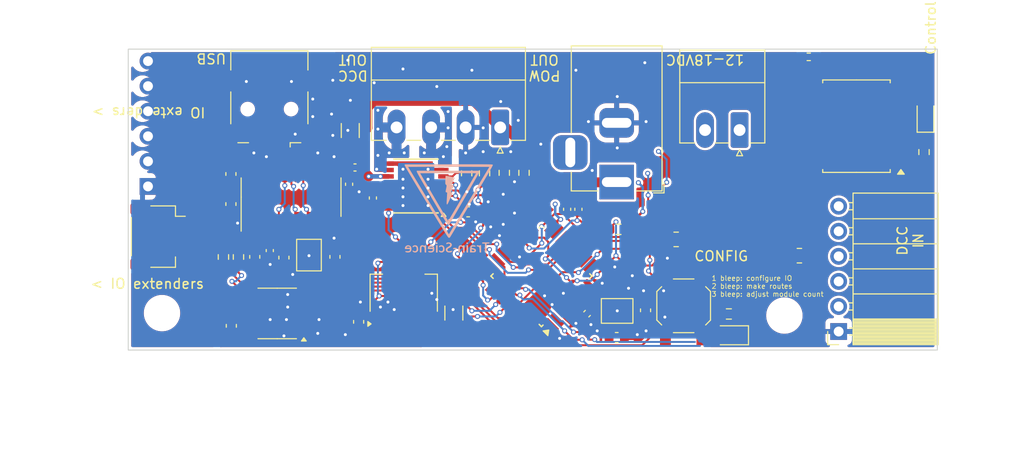
<source format=kicad_pcb>
(kicad_pcb (version 20240108) (generator "pcbnew") (generator_version "8.0")
  (layers (0 "F.Cu" signal) (31 "B.Cu" signal) (34 "B.Paste" user) (35 "F.Paste" user) (36 "B.SilkS" user "B.Silkscreen") (37 "F.SilkS" user "F.Silkscreen") (38 "B.Mask" user) (39 "F.Mask" user) (44 "Edge.Cuts" user))
  (net 0 "")
  (net 1 "GND")
  (net 2 "Net-(U401-VCP)")
  (net 3 "/MCU/X1")
  (net 4 "+5V")
  (net 5 "/MCU/X2")
  (net 6 "+12V")
  (net 7 "/MCU/reset")
  (net 8 "Net-(U401-CPH)")
  (net 9 "/MCU/S_Rx")
  (net 10 "/MCU/S_Tx")
  (net 11 "Net-(U401-CPL)")
  (net 12 "Net-(U501-XI)")
  (net 13 "/MCU/MISO")
  (net 14 "/MCU/SCK")
  (net 15 "/MCU/MOSI")
  (net 16 "Net-(U501-XO)")
  (net 17 "Net-(U501-V3)")
  (net 18 "Net-(U501-~{DTR})")
  (net 19 "Net-(D901-A)")
  (net 20 "Net-(D901-K)")
  (net 21 "Net-(J501-D-)")
  (net 22 "Net-(J501-D+)")
  (net 24 "Net-(J901-Pin_2)")
  (net 25 "Net-(R401-Pad1)")
  (net 26 "Net-(U401-nFault)")
  (net 27 "Net-(U501-TXD)")
  (net 28 "Net-(U501-RXD)")
  (net 29 "Net-(U901-EN)")
  (net 30 "/DCC/DCC")
  (net 31 "/Hbridge/OUT.A")
  (net 32 "/Hbridge/OUT.B")
  (net 33 "/MCU/clock")
  (net 34 "/MCU/latch")
  (net 36 "/Hbridge/IN.CS")
  (net 38 "/Hbridge/IN.B")
  (net 39 "/Hbridge/IN.A")
  (net 44 "/EEPROM/SCL")
  (net 45 "/EEPROM/SDA")
  (net 46 "/MCU/POT")
  (net 47 "/MCU/BUTTONS")
  (net 53 "/MCU/dataOut")
  (net 54 "/MCU/dataIn")
  (net 55 "Net-(D1001-K)")
  (net 56 "/MCU/LED")
  (net 57 "/MCU/Switch")
  (footprint "Package_QFP:TQFP-32_7x7mm_P0.8mm" (layer "F.Cu") (at 172.876411 130 135)
    (property "Reference" "U201" (hide yes))
    (property "Value" "ATmega328-A")
  )
  (footprint "custom_kicad_lib_sk:crystal_arduino" (layer "F.Cu") (at 149.535 127.925 -90)
    (property "Reference" "Y501" (hide yes))
    (property "Value" "Crystal")
  )
  (footprint "Capacitor_SMD:C_0402_1005Metric_Pad0.74x0.62mm_HandSolder" (layer "F.Cu") (at 153.382 120.695 -90)
    (property "Reference" "C405" (hide yes))
    (property "Value" "100nF")
  )
  (footprint "custom_kicad_lib_sk:R_0603_smalltext" (layer "F.Cu") (at 171.11 119.5355 90)
    (property "Reference" "R404" (hide yes))
    (property "Value" "47k")
  )
  (footprint "Package_SO:SOIC-8_3.9x4.9mm_P1.27mm" (layer "F.Cu") (at 146.096 133.788 180)
    (property "Reference" "U801" (hide yes))
    (property "Value" "24LC256")
  )
  (footprint "Capacitor_SMD:C_0402_1005Metric" (layer "F.Cu") (at 145.344 127.417 90)
    (property "Reference" "C505" (hide yes))
    (property "Value" "100nF")
  )
  (footprint "Connector_BarrelJack:BarrelJack_Horizontal" (layer "F.Cu") (at 180.5 120.472 -90)
    (property "Reference" "J301" (hide yes))
    (property "Value" "Jack-DC")
  )
  (footprint "Resistor_SMD:R_0402_1005Metric_Pad0.72x0.64mm_HandSolder" (layer "F.Cu") (at 199.968 107.78)
    (property "Reference" "R201" (hide yes))
    (property "Value" "10k")
  )
  (footprint "custom_kicad_lib_sk:R_0603_smalltext" (layer "F.Cu") (at 180.687 125.263)
    (property "Reference" "R701" (hide yes))
    (property "Value" "10k")
  )
  (footprint "Package_SO:SOIC-16_3.9x9.9mm_P1.27mm" (layer "F.Cu") (at 147.5 122 90)
    (property "Reference" "U501" (hide yes))
    (property "Value" "CH340G")
  )
  (footprint "Package_SO:SOP-8_6.62x9.15mm_P2.54mm" (layer "F.Cu") (at 204.804 114.808 180)
    (property "Reference" "U901" (hide yes))
    (property "Value" "6N137")
  )
  (footprint "custom_kicad_lib_sk:default_switch" (layer "F.Cu") (at 187.291 133.014 90)
    (property "Reference" "SW1001" (hide yes))
    (property "Value" "default_switch")
  )
  (footprint "Capacitor_SMD:C_0603_1608Metric" (layer "F.Cu") (at 165.447 123.485)
    (property "Reference" "C401" (hide yes))
    (property "Value" "100nF")
  )
  (footprint "custom_kicad_lib_sk:R_0603_smalltext" (layer "F.Cu") (at 191.873 133.841 180)
    (property "Reference" "R1001" (hide yes))
    (property "Value" "6k8")
  )
  (footprint "Capacitor_SMD:C_1206_3216Metric" (layer "F.Cu") (at 164 133.75 90)
    (property "Reference" "C301" (hide yes))
    (property "Value" "47uF")
  )
  (footprint "MountingHole:MountingHole_3.2mm_M3" (layer "F.Cu") (at 197.5 134)
    (property "Reference" "REF**" (hide yes))
    (property "Value" "MountingHole_3.2mm_M3")
  )
  (footprint "Diode_SMD:D_SOD-323" (layer "F.Cu") (at 211.804 113.808 90)
    (property "Reference" "D901" (hide yes))
    (property "Value" "1N4148WS")
  )
  (footprint "custom_kicad_lib_sk:R_0603_smalltext" (layer "F.Cu") (at 169.11 119.5355 -90)
    (property "Reference" "R403" (hide yes))
    (property "Value" "100R")
  )
  (footprint "Capacitor_SMD:C_0402_1005Metric_Pad0.74x0.62mm_HandSolder" (layer "F.Cu") (at 155.795 122.088 -90)
    (property "Reference" "C404" (hide yes))
    (property "Value" "22n VM")
  )
  (footprint "Connector_PinSocket_2.54mm:PinSocket_1x06_P2.54mm_Horizontal" (layer "F.Cu") (at 203 135.62 180)
    (property "Reference" "J601" (hide yes))
    (property "Value" "Conn_01x06_Socket")
  )
  (footprint "Capacitor_SMD:C_0603_1608Metric" (layer "F.Cu") (at 151.948 128.052 90)
    (property "Reference" "C504" (hide yes))
    (property "Value" "22pF")
  )
  (footprint "Capacitor_SMD:C_0603_1608Metric" (layer "F.Cu") (at 141.404 119.652 90)
    (property "Reference" "C501" (hide yes))
    (property "Value" "10uF")
  )
  (footprint "Connector_USB:USB_Mini-B_Lumberg_2486_01_Horizontal" (layer "F.Cu") (at 145.3 113.075 180)
    (property "Reference" "J501" (hide yes))
    (property "Value" "USB_B_Mini")
  )
  (footprint "Capacitor_SMD:C_0402_1005Metric" (layer "F.Cu") (at 153.98 118.995 180)
    (property "Reference" "C402" (hide yes))
    (property "Value" "100nF")
  )
  (footprint "Capacitor_SMD:C_0603_1608Metric" (layer "F.Cu") (at 141.404 122.7 -90)
    (property "Reference" "C502" (hide yes))
    (property "Value" "100nF")
  )
  (footprint "Capacitor_SMD:C_0402_1005Metric" (layer "F.Cu") (at 176.623 123.231 -90)
    (property "Reference" "C702" (hide yes))
    (property "Value" "100nF")
  )
  (footprint "Capacitor_SMD:C_0603_1608Metric" (layer "F.Cu") (at 146.775 128.129 -90)
    (property "Reference" "C503" (hide yes))
    (property "Value" "22pF")
  )
  (footprint "Package_TO_SOT_SMD:SOT-223-3_TabPin2" (layer "F.Cu") (at 158.92 131.718 90)
    (property "Reference" "U301" (hide yes))
    (property "Value" "AMS1117-5.0")
  )
  (footprint "custom_kicad_lib_sk:R_0603_smalltext" (layer "F.Cu") (at 165.296 119.5875 -90)
    (property "Reference" "R401" (hide yes))
    (property "Value" "680R")
  )
  (footprint "Capacitor_SMD:C_0603_1608Metric" (layer "F.Cu") (at 183.427411 133.47 90)
    (property "Reference" "C203" (hide yes))
    (property "Value" "12pF")
  )
  (footprint "Capacitor_SMD:C_0603_1608Metric" (layer "F.Cu") (at 141.444 135.042 -90)
    (property "Reference" "C801" (hide yes))
    (property "Value" "100nF")
  )
  (footprint "Connector_PinHeader_2.54mm:PinHeader_1x06_P2.54mm_Vertical" (layer "F.Cu") (at 133 120.912 180)
    (property "Reference" "J201" (hide yes))
    (property "Value" "ICSP")
  )
  (footprint "Connector_Phoenix_MC:PhoenixContact_MC_1,5_2-G-3.5_1x02_P3.50mm_Horizontal" (layer "F.Cu") (at 192.957 115.2005 180)
    (property "Reference" "J901" (hide yes))
    (property "Value" "Screw_Terminal_01x02")
  )
  (footprint "Capacitor_SMD:C_0603_1608Metric" (layer "F.Cu") (at 180.506411 136.232 180)
    (property "Reference" "C201" (hide yes))
    (property "Value" "12pF")
  )
  (footprint "Capacitor_SMD:C_0603_1608Metric" (layer "F.Cu") (at 154.348 134.639 -90)
    (property "Reference" "C302" (hide yes))
    (property "Value" "100nF")
  )
  (footprint "MountingHole:MountingHole_3.2mm_M3" (layer "F.Cu") (at 134.42 133.754)
    (property "Reference" "REF**" (hide yes))
    (property "Value" "MountingHole_3.2mm_M3")
  )
  (footprint "Resistor_SMD:R_0805_2012Metric_Pad1.20x1.40mm_HandSolder" (layer "F.Cu") (at 186.529 126.283 180)
    (property "Reference" "R903" (hide yes))
    (property "Value" "10k")
  )
  (footprint "Capacitor_SMD:C_1206_3216Metric" (layer "F.Cu") (at 153.5 115.25 90)
    (property "Reference" "C403" (hide yes))
    (property "Value" "10uF")
  )
  (footprint "Resistor_SMD:R_0603_1608Metric" (layer "F.Cu") (at 140.645 128.065 -90)
    (property "Reference" "R501" (hide yes))
    (property "Value" "1k")
  )
  (footprint "custom_kicad_lib_sk:crystal_arduino" (layer "F.Cu") (at 180.599411 133.311)
    (property "Reference" "Y201" (hide yes))
    (property "Value" "Crystal_GND2")
  )
  (footprint "Capacitor_SMD:C_0402_1005Metric" (layer "F.Cu") (at 177.5 133.809411 -135)
    (property "Reference" "C202" (hide yes))
    (property "Value" "100nF")
  )
  (footprint "custom_kicad_lib_sk:R_0603_smalltext" (layer "F.Cu") (at 167.11 119.5875 90)
    (property "Reference" "R402" (hide yes))
    (property "Value" "1k5")
  )
  (footprint "custom_kicad_lib_sk:R_0603_smalltext" (layer "F.Cu") (at 211.652 117.432 90)
    (property "Reference" "R901" (hide yes))
    (property "Value" "1k5")
  )
  (footprint "Connector_JST:JST_SH_SM04B-SRSS-TB_1x04-1MP_P1.00mm_Horizontal" (layer "F.Cu") (at 134 126 -90)
    (property "Reference" "J701" (hide yes))
    (property "Value" "Conn_01x04_Socket")
  )
  (footprint "Capacitor_SMD:C_0402_1005Metric" (layer "F.Cu") (at 175.48 123.231 -90)
    (property "Reference" "C701" (hide yes))
    (property "Value" "100nF")
  )
  (footprint "Capacitor_SMD:C_0603_1608Metric" (layer "F.Cu") (at 143.82 128.052 -90)
    (property "Reference" "C506" (hide yes))
    (property "Value" "100nF")
  )
  (footprint "Resistor_SMD:R_0805_2012Metric_Pad1.20x1.40mm_HandSolder" (layer "F.Cu") (at 199.021 127.934 180)
    (property "Reference" "R902" (hide yes))
    (property "Value" "10k")
  )
  (footprint "Resistor_SMD:R_0603_1608Metric" (layer "F.Cu") (at 142.169 128.065 90)
    (property "Reference" "R502" (hide yes))
    (property "Value" "1k")
  )
  (footprint "Connector_Phoenix_MC:PhoenixContact_MC_1,5_4-G-3.5_1x04_P3.50mm_Horizontal" (layer "F.Cu") (at 168.695 114.9325 180)
    (property "Reference" "J401" (hide yes))
    (property "Value" "FEMALE")
  )
  (footprint "Package_SO:HTSSOP-16-1EP_4.4x5mm_P0.65mm_EP3.4x5mm" (layer "F.Cu") (at 160.1626 120.875 180)
    (property "Reference" "U401" (hide yes))
    (property "Value" "DRV8874")
  )
  (footprint "LED_SMD:LED_0805_2012Metric_Pad1.15x1.40mm_HandSolder" (layer "F.Cu") (at 192 136 180)
    (property "Reference" "D1001" (hide yes))
    (property "Value" "LED")
  )
  (footprint "custom_kicad_lib_sk:Train-Science logo small" (layer "B.Cu") (at 163.415 123.235 180)
    (property "Reference" "G***" (hide yes))
    (property "Value" "LOGO" (hide yes))
  )
  (gr_rect (start 131 107) (end 213 137.5) (stroke (width 0.1)) (fill none) (layer "Edge.Cuts"))
  (gr_text "DCC\nIN" (at 211.658 126.41 90) (layer "F.SilkS") (effects (font (size 1 1)) (justify bottom)))
  (gr_text "IO extenders >" (at 133.062 112.821 180) (layer "F.SilkS") (effects (font (size 1 1)) (justify bottom)))
  (gr_text "USB" (at 139.412 107.36 180) (layer "F.SilkS") (effects (font (size 1 1)) (justify bottom)))
  (gr_text "CONFIG" (at 191.101 128.569 0) (layer "F.SilkS") (effects (font (size 1 1)) (justify bottom)))
  (gr_text "12-18VDC" (at 189.45 107.487 180) (layer "F.SilkS") (effects (font (size 1 1)) (justify bottom)))
  (gr_text "DCC\nOUT" (at 153.763 107.487 180) (layer "F.SilkS") (effects (font (size 1 1)) (justify bottom)))
  (gr_text "< IO extenders" (at 132.935 131.363 0) (layer "F.SilkS") (effects (font (size 1 1)) (justify bottom)))
  (gr_text "Control" (at 212.922 104.859 90) (layer "F.SilkS") (effects (font (size 1 1)) (justify bottom)))
  (gr_text "POW\nOUT" (at 173.194 107.487 180) (layer "F.SilkS") (effects (font (size 1 1)) (justify bottom)))
  (gr_text "1 bleep: configure IO\n2 bleep: make routes\n3 bleep: adjust module count" (at 190.085 132.125 0) (layer "F.SilkS") (effects (font (size 0.5 0.5) (thickness 0.075)) (justify left bottom)))
  (segment (start 154.348 135.414) (end 156.074 135.414) (width 0.2) (layer "F.Cu") (net 1))
  (segment (start 170.654 128.061) (end 170.371725 128.061) (width 0.2) (layer "F.Cu") (net 1))
  (segment (start 153.827 135.935) (end 153.001 135.935) (width 0.2) (layer "F.Cu") (net 1))
  (segment (start 149.318 127.722) (end 150.265 126.775) (width 0.2) (layer "F.Cu") (net 1))
  (segment (start 168.876 126.156) (end 168.622 125.902) (width 0.2) (layer "F.Cu") (net 1))
  (segment (start 154.348 135.414) (end 153.827 135.935) (width 0.2) (layer "F.Cu") (net 1))
  (segment (start 158.435 122.5) (end 158.843 122.092) (width 0.45) (layer "F.Cu") (net 1))
  (segment (start 162.9376 119.25) (end 161.7876 119.25) (width 0.45) (layer "F.Cu") (net 1))
  (segment (start 179.619 132.581) (end 180.56 133.522) (width 0.2) (layer "F.Cu") (net 1))
  (segment (start 165.296 121.433) (end 165.32 121.457) (width 0.2) (layer "F.Cu") (net 1))
  (segment (start 158.4256 118.663) (end 158.716 118.663) (width 0.45) (layer "F.Cu") (net 1))
  (segment (start 148.365 128.887) (end 149.318 127.934) (width 0.2) (layer "F.Cu") (net 1))
  (segment (start 170.371725 128.061) (end 169.588364 127.277639) (width 0.2) (layer "F.Cu") (net 1))
  (segment (start 157.3876 118.6) (end 158.3626 118.6) (width 0.45) (layer "F.Cu") (net 1))
  (segment (start 153.001 135.935) (end 152.747 135.935) (width 0.2) (layer "F.Cu") (net 1))
  (segment (start 161.7876 119.25) (end 160.1626 120.875) (width 0.45) (layer "F.Cu") (net 1))
  (segment (start 158.3626 118.6) (end 158.4256 118.663) (width 0.45) (layer "F.Cu") (net 1))
  (segment (start 151.948 127.277) (end 150.767 127.277) (width 0.2) (layer "F.Cu") (net 1))
  (segment (start 168.876 126.565275) (end 168.876 126.156) (width 0.2) (layer "F.Cu") (net 1))
  (segment (start 149.318 127.934) (end 149.318 127.722) (width 0.2) (layer "F.Cu") (net 1))
  (segment (start 166.222 123.375) (end 165.574 122.727) (width 0.2) (layer "F.Cu") (net 1))
  (segment (start 157.3876 122.5) (end 158.435 122.5) (width 0.45) (layer "F.Cu") (net 1))
  (segment (start 165.296 120.5) (end 165.296 121.433) (width 0.2) (layer "F.Cu") (net 1))
  (segment (start 147.667 129.673) (end 148.365 128.975) (width 0.2) (layer "F.Cu") (net 1))
  (segment (start 169.588364 127.277639) (end 168.876 126.565275) (width 0.2) (layer "F.Cu") (net 1))
  (segment (start 175.186097 131.744) (end 176.164458 132.722361) (width 0.2) (layer "F.Cu") (net 1))
  (segment (start 181.519 134.481) (end 180.56 133.522) (width 0.2) (layer "F.Cu") (net 1))
  (segment (start 147.667 129.839) (end 147.667 129.673) (width 0.2) (layer "F.Cu") (net 1))
  (segment (start 150.767 127.277) (end 150.265 126.775) (width 0.2) (layer "F.Cu") (net 1))
  (segment (start 175.099 131.744) (end 175.186097 131.744) (width 0.2) (layer "F.Cu") (net 1))
  (via (at 151.731 110.154) (size 0.5) (drill 0.3) (layers "F.Cu" "B.Cu") (net 1))
  (via (at 151.604 113.583) (size 0.5) (drill 0.3) (layers "F.Cu" "B.Cu") (net 1))
  (via (at 173.194 131.998) (size 0.5) (drill 0.3) (layers "F.Cu" "B.Cu") (net 1))
  (via (at 151.858 126.156) (size 0.5) (drill 0.3) (layers "F.Cu" "B.Cu") (net 1))
  (via (at 169.003 121.711) (size 0.5) (drill 0.3) (layers "F.Cu" "B.Cu") (net 1))
  (via (at 155.922 110.408) (size 0.5) (drill 0.3) (layers "F.Cu" "B.Cu") (net 1))
  (via (at 158.843 109.011) (size 0.5) (drill 0.3) (layers "F.Cu" "B.Cu") (net 1))
  (via (at 157.954 133.395) (size 0.5) (drill 0.3) (layers "F.Cu" "B.Cu") (net 1))
  (via (at 161.764 131.744) (size 0.5) (drill 0.3) (layers "F.Cu" "B.Cu") (net 1))
  (via (at 161.383 119.171) (size 0.5) (drill 0.3) (layers "F.Cu" "B.Cu") (net 1))
  (via (at 166.971 117.393) (size 0.5) (drill 0.3) (layers "F.Cu" "B.Cu") (net 1))
  (via (at 153.509 112.186) (size 0.5) (drill 0.3) (layers "F.Cu" "B.Cu") (net 1))
  (via (at 147.921 115.615) (size 0.5) (drill 0.3) (layers "F.Cu" "B.Cu") (net 1))
  (via (at 162.272 110.789) (size 0.5) (drill 0.3) (layers "F.Cu" "B.Cu") (net 1))
  (via (at 150.207 135.808) (size 0.5) (drill 0.3) (layers "F.Cu" "B.Cu") (net 1))
  (via (at 166.209 124.505) (size 0.5) (drill 0.3) (layers "F.Cu" "B.Cu") (net 1))
  (via (at 154.525 132.633) (size 0.5) (drill 0.3) (layers "F.Cu" "B.Cu") (net 1))
  (via (at 145.381 128.823) (size 0.5) (drill 0.3) (layers "F.Cu" "B.Cu") (net 1))
  (via (at 146.778 136.062) (size 0.5) (drill 0.3) (layers "F.Cu" "B.Cu") (net 1))
  (via (at 172.813 116.631) (size 0.5) (drill 0.3) (layers "F.Cu" "B.Cu") (net 1))
  (via (at 182.084 129.966) (size 0.5) (drill 0.3) (layers "F.Cu" "B.Cu") (net 1))
  (via (at 180.56 111.805) (size 0.5) (drill 0.3) (layers "F.Cu" "B.Cu") (net 1))
  (via (at 168.749 112.313) (size 0.5) (drill 0.3) (layers "F.Cu" "B.Cu") (net 1))
  (via (at 180.56 117.012) (size 0.5) (drill 0.3) (layers "F.Cu" "B.Cu") (net 1))
  (via (at 142.079 124.632) (size 0.5) (drill 0.3) (layers "F.Cu" "B.Cu") (net 1))
  (via (at 176.369 134.792) (size 0.5) (drill 0.3) (layers "F.Cu" "B.Cu") (net 1))
  (via (at 185.259 131.49) (size 0.5) (drill 0.3) (layers "F.Cu" "B.Cu") (net 1))
  (via (at 161.383 122.854) (size 0.5) (drill 0.3) (layers "F.Cu" "B.Cu") (net 1))
  (via (at 177.893 134.919) (size 0.5) (drill 0.3) (layers "F.Cu" "B.Cu") (net 1))
  (via (at 185.386 134.157) (size 0.5) (drill 0.3) (layers "F.Cu" "B.Cu") (net 1))
  (via (at 156.557 133.141) (size 0.5) (drill 0.3) (layers "F.Cu" "B.Cu") (net 1))
  (via (at 150.334 134.411) (size 0.5) (drill 0.3) (layers "F.Cu" "B.Cu") (net 1))
  (via (at 185.64 128.188) (size 0.5) (drill 0.3) (layers "F.Cu" "B.Cu") (net 1))
  (via (at 147.667 129.839) (size 0.5) (drill 0.3) (layers "F.Cu" "B.Cu") (net 1))
  (via (at 163.923 133.395) (size 0.5) (drill 0.3) (layers "F.Cu" "B.Cu") (net 1))
  (via (at 145 117.901) (size 0.5) (drill 0.3) (layers "F.Cu" "B.Cu") (net 1))
  (via (at 153.001 135.935) (size 0.5) (drill 0.3) (layers "F.Cu" "B.Cu") (net 1))
  (via (at 175.099 131.744) (size 0.5) (drill 0.3) (layers "F.Cu" "B.Cu") (net 1))
  (via (at 145.381 134.411) (size 0.5) (drill 0.3) (layers "F.Cu" "B.Cu") (net 1))
  (via (at 147.159 133.141) (size 0.5) (drill 0.3) (layers "F.Cu" "B.Cu") (net 1))
  (via (at 165.193 117.52) (size 0.5) (drill 0.3) (layers "F.Cu" "B.Cu") (net 1))
  (via (at 179.036 130.728) (size 0.5) (drill 0.3) (layers "F.Cu" "B.Cu") (net 1))
  (via (at 183.354 108.376) (size 0.5) (drill 0.3) (layers "F.Cu" "B.Cu") (net 1))
  (via (at 166.971 114.98) (size 0.5) (drill 0.3) (layers "F.Cu" "B.Cu") (net 1))
  (via (at 169.765 117.393) (size 0.5) (drill 0.3) (layers "F.Cu" "B.Cu") (net 1))
  (via (at 180.56 133.522) (size 0.5) (drill 0.3) (layers "F.Cu" "B.Cu") (net 1))
  (via (at 167.733 125.013) (size 0.5) (drill 0.3) (layers "F.Cu" "B.Cu") (net 1))
  (via (at 181.703 131.236) (size 0.5) (drill 0.3) (layers "F.Cu" "B.Cu") (net 1))
  (via (at 183.481 135.554) (size 0.5) (drill 0.3) (layers "F.Cu" "B.Cu") (net 1))
  (via (at 154.398 121.457) (size 0.5) (drill 0.3) (layers "F.Cu" "B.Cu") (net 1))
  (via (at 151.858 117.901) (size 0.5) (drill 0.3) (layers "F.Cu" "B.Cu") (net 1))
  (via (at 165.574 122.727) (size 0.5) (drill 0.3) (layers "F.Cu" "B.Cu") (net 1))
  (via (at 147.159 131.871) (size 0.5) (drill 0.3) (layers "F.Cu" "B.Cu") (net 1))
  (via (at 158.843 119.171) (size 0.5) (drill 0.3) (layers "F.Cu" "B.Cu") (net 1))
  (via (at 173.956 132.887) (size 0.5) (drill 0.3) (layers "F.Cu" "B.Cu") (net 1))
  (via (at 178.528 135.554) (size 0.5) (drill 0.3) (layers "F.Cu" "B.Cu") (net 1))
  (via (at 149.699 112.059) (size 0.5) (drill 0.3) (layers "F.Cu" "B.Cu") (net 1))
  (via (at 162.272 132.379) (size 0.5) (drill 0.3) (layers "F.Cu" "B.Cu") (net 1))
  (via (at 168.622 125.902) (size 0.5) (drill 0.3) (layers "F.Cu" "B.Cu") (net 1))
  (via (at 178.02 119.298) (size 0.5) (drill 0.3) (layers "F.Cu" "B.Cu") (net 1))
  (via (at 174.718 136.316) (size 0.5) (drill 0.3) (layers "F.Cu" "B.Cu") (net 1))
  (via (at 158.843 122.854) (size 0.5) (drill 0.3) (layers "F.Cu" "B.Cu") (net 1))
  (via (at 161.383 120.187) (size 0.5) (drill 0.3) (layers "F.Cu" "B.Cu") (net 1))
  (via (at 147.032 134.411) (size 0.5) (drill 0.3) (layers "F.Cu" "B.Cu") (net 1))
  (via (at 158.843 121.076) (size 0.5) (drill 0.3) (layers "F.Cu" "B.Cu") (net 1))
  (via (at 143.73 117.52) (size 0.5) (drill 0.3) (layers "F.Cu" "B.Cu") (net 1))
  (via (at 158.843 120.187) (size 0.5) (drill 0.3) (layers "F.Cu" "B.Cu") (net 1))
  (via (at 161.383 121.076) (size 0.5) (drill 0.3) (layers "F.Cu" "B.Cu") (net 1))
  (via (at 170.527 114.218) (size 0.5) (drill 0.3) (layers "F.Cu" "B.Cu") (net 1))
  (via (at 165.32 121.457) (size 0.5) (drill 0.3) (layers "F.Cu" "B.Cu") (net 1))
  (via (at 147.54 110.281) (size 0.5) (drill 0.3) (layers "F.Cu" "B.Cu") (net 1))
  (via (at 158.843 121.965) (size 0.5) (drill 0.3) (layers "F.Cu" "B.Cu") (net 1))
  (via (at 153.255 108.122) (size 0.5) (drill 0.3) (layers "F.Cu" "B.Cu") (net 1))
  (via (at 180.306 129.077) (size 0.5) (drill 0.3) (layers "F.Cu" "B.Cu") (net 1))
  (via (at 170.654 128.061) (size 0.5) (drill 0.3) (layers "F.Cu" "B.Cu") (net 1))
  (via (at 153.255 115.234) (size 0.5) (drill 0.3) (layers "F.Cu" "B.Cu") (net 1))
  (via (at 183.227 131.49) (size 0.5) (drill 0.3) (layers "F.Cu" "B.Cu") (net 1))
  (via (at 151.731 115.742) (size 0.5) (drill 0.3) (layers "F.Cu" "B.Cu") (net 1))
  (via (at 142.968 110.281) (size 0.5) (drill 0.3) (layers "F.Cu" "B.Cu") (net 1))
  (via (at 149.318 127.934) (size 0.5) (drill 0.3) (layers "F.Cu" "B.Cu") (net 1))
  (via (at 182.592 135.935) (size 0.5) (drill 0.3) (layers "F.Cu" "B.Cu") (net 1))
  (via (at 150.207 117.52) (size 0.5) (drill 0.3) (layers "F.Cu" "B.Cu") (net 1))
  (via (at 177.639 114.345) (size 0.5) (drill 0.3) (layers "F.Cu" "B.Cu") (net 1))
  (via (at 176.369 109.138) (size 0.5) (drill 0.3) (layers "F.Cu" "B.Cu") (net 1))
  (via (at 165.828 109.138) (size 0.5) (drill 0.3) (layers "F.Cu" "B.Cu") (net 1))
  (via (at 161.383 121.965) (size 0.5) (drill 0.3) (layers "F.Cu" "B.Cu") (net 1))
  (via (at 183.481 114.345) (size 0.5) (drill 0.3) (layers "F.Cu" "B.Cu") (net 1))
  (via (at 170.146 120.441) (size 0.5) (drill 0.3) (layers "F.Cu" "B.Cu") (net 1))
  (via (at 157.319 132.633) (size 0.5) (drill 0.3) (layers "F.Cu" "B.Cu") (net 1))
  (via (at 170.146 123.616) (size 0.5) (drill 0.3) (layers "F.Cu" "B.Cu") (net 1))
  (via (at 167.479 122.473) (size 0.5) (drill 0.3) (layers "F.Cu" "B.Cu") (net 1))
  (via (at 169.003 124.759) (size 0.5) (drill 0.3) (layers "F.Cu" "B.Cu") (net 1))
  (via (at 149.699 113.837) (size 0.5) (drill 0.3) (layers "F.Cu" "B.Cu") (net 1))
  (segment (start 155.84637 120.55) (end 155.69637 120.7) (width 0.2) (layer "F.Cu") (net 2))
  (segment (start 155.03363 120.7) (end 153.5 119.16637) (width 0.2) (layer "F.Cu") (net 2))
  (segment (start 155.69637 120.7) (end 155.03363 120.7) (width 0.2) (layer "F.Cu") (net 2))
  (segment (start 157.3876 120.55) (end 155.84637 120.55) (width 0.2) (layer "F.Cu") (net 2))
  (segment (start 179.731411 136.232) (end 179.731411 134.763) (width 0.2) (layer "F.Cu") (net 3))
  (segment (start 178.501358 133.532947) (end 179.449411 134.481) (width 0.2) (layer "F.Cu") (net 3))
  (segment (start 177.295828 131.59099) (end 178.449411 132.744573) (width 0.2) (layer "F.Cu") (net 3))
  (segment (start 178.449411 132.744573) (end 178.449411 133.12953) (width 0.2) (layer "F.Cu") (net 3))
  (segment (start 178.501358 133.181477) (end 178.501358 133.532947) (width 0.2) (layer "F.Cu") (net 3))
  (segment (start 178.449411 133.12953) (end 178.501358 133.181477) (width 0.2) (layer "F.Cu") (net 3))
  (segment (start 173.566019 127.966888) (end 173.269454 128.263453) (width 0.2) (layer "F.Cu") (net 4))
  (segment (start 184.412 128.611818) (end 184.412 127.892) (width 0.2) (layer "F.Cu") (net 4))
  (segment (start 150.075 118.579448) (end 148.945552 117.45) (width 0.2) (layer "F.Cu") (net 4))
  (segment (start 175.9245 130.7915) (end 175.9245 130.6645) (width 0.2) (layer "F.Cu") (net 4))
  (segment (start 173.138971 126.11) (end 173.566019 126.537048) (width 0.2) (layer "F.Cu") (net 4))
  (segment (start 157.724 132.018) (end 158.92 133.214) (width 0.2) (layer "F.Cu") (net 4))
  (segment (start 165.362372 124.555) (end 164.672 124.555) (width 0.2) (layer "F.Cu") (net 4))
  (segment (start 175.835233 131.261767) (end 175.678467 131.105) (width 0.2) (layer "F.Cu") (net 4))
  (segment (start 180.433 127.934) (end 178.528 129.839) (width 0.2) (layer "F.Cu") (net 4))
  (segment (start 161.663653 126.637347) (end 159.733 128.568) (width 0.2) (layer "F.Cu") (net 4))
  (segment (start 156.43 132.018) (end 157.724 132.018) (width 0.2) (layer "F.Cu") (net 4))
  (segment (start 177.839411 133.265944) (end 176.730143 132.156676) (width 0.2) (layer "F.Cu") (net 4))
  (segment (start 185.021 127.283) (end 186.529 127.283) (width 0.2) (layer "F.Cu") (net 4))
  (segment (start 175.988 130.474) (end 175.861 130.601) (width 0.2) (layer "F.Cu") (net 4))
  (segment (start 164.672 124.555) (end 164.672 123.485) (width 0.2) (layer "F.Cu") (net 4))
  (segment (start 174.337 131.359) (end 174.337 132.026275) (width 0.2) (layer "F.Cu") (net 4))
  (segment (start 143.621 135.693) (end 146 135.693) (width 0.2) (layer "F.Cu") (net 4))
  (segment (start 186.529 127.283) (end 187.529 126.283) (width 0.2) (layer "F.Cu") (net 4))
  (segment (start 168.2835 125.309) (end 167.8175 125.775) (width 0.2) (layer "F.Cu") (net 4))
  (segment (start 173.566019 126.537048) (end 173.566019 127.966888) (width 0.2) (layer "F.Cu") (net 4))
  (segment (start 170.491419 124.786581) (end 170.491419 124.469419) (width 0.2) (layer "F.Cu") (net 4))
  (segment (start 175.678467 131.105) (end 175.678467 131.037533) (width 0.2) (layer "F.Cu") (net 4))
  (segment (start 170.491757 124.786919) (end 170.173919 124.786919) (width 0.2) (layer "F.Cu") (net 4))
  (segment (start 153.119 135.093) (end 154.348 133.864) (width 0.2) (layer "F.Cu") (net 4))
  (segment (start 156.43 132.018) (end 154.584 133.864) (width 0.2) (layer "F.Cu") (net 4))
  (segment (start 171.814838 126.11) (end 173.138971 126.11) (width 0.2) (layer "F.Cu") (net 4))
  (segment (start 184.089818 128.934) (end 184.412 128.611818) (width 0.2) (layer "F.Cu") (net 4))
  (segment (start 171.285421 125.580583) (end 170.495419 124.790581) (width 0.2) (layer "F.Cu") (net 4))
  (segment (start 175.835233 131.261767) (end 175.835233 130.956233) (width 0.2) (layer "F.Cu") (net 4))
  (segment (start 147.347 117.45) (end 146.9 117.003) (width 0.2) (layer "F.Cu") (net 4))
  (segment (start 166.582372 125.775) (end 165.362372 124.555) (width 0.2) (layer "F.Cu") (net 4))
  (segment (start 170.495419 124.790581) (end 170.332838 124.628) (width 0.2) (layer "F.Cu") (net 4))
  (segment (start 176.496 130.474) (end 175.988 130.474) (width 0.2) (layer "F.Cu") (net 4))
  (segment (start 170.495419 124.790581) (end 170.491757 124.786919) (width 0.2) (layer "F.Cu") (net 4))
  (segment (start 170.491419 124.469419) (end 171.11 123.850838) (width 0.2) (layer "F.Cu") (net 4))
  (segment (start 179.7745 125.263) (end 179.135 125.263) (width 0.2) (layer "F.Cu") (net 4))
  (segment (start 179.135 125.263) (end 176.623 122.751) (width 0.2) (layer "F.Cu") (net 4))
  (segment (start 164.169091 121.875) (end 164.672 122.377909) (width 0.2) (layer "F.Cu") (net 4))
  (segment (start 157.3876 123.15) (end 156.511 123.15) (width 0.2) (layer "F.Cu") (net 4))
  (segment (start 175.9245 130.6645) (end 175.861 130.601) (width 0.2) (layer "F.Cu") (net 4))
  (segment (start 141.404 121.925) (end 141.404 120.427) (width 0.2) (layer "F.Cu") (net 4))
  (segment (start 162.9376 120.55) (end 163.952 120.55) (width 0.2) (layer "F.Cu") (net 4))
  (segment (start 158.080293 126.029707) (end 158.92 126.869414) (width 0.2) (layer "F.Cu") (net 4))
  (segment (start 174.591 131.105) (end 174.337 131.359) (width 0.2) (layer "F.Cu") (net 4))
  (segment (start 175.678467 131.037533) (end 175.7975 130.9185) (width 0.2) (layer "F.Cu") (net 4))
  (segment (start 153.620182 121.965) (end 152.747 121.965) (width 0.2) (layer "F.Cu") (net 4))
  (segment (start 142.46 117.516) (end 142.46 114.722) (width 0.2) (layer "F.Cu") (net 4))
  (segment (start 150.334448 120.8) (end 150.075 120.540552) (width 0.2) (layer "F.Cu") (net 4))
  (segment (start 175.9245 130.7915) (end 175.7975 130.9185) (width 0.2) (layer "F.Cu") (net 4))
  (segment (start 156.427 128.568) (end 156.303 128.692) (width 0.2) (layer "F.Cu") (net 4))
  (segment (start 156.176 123.485) (end 155.140182 123.485) (width 0.2) (layer "F.Cu") (net 4))
  (segment (start 180.433 127.934) (end 181.433 128.934) (width 0.2) (layer "F.Cu") (net 4))
  (segment (start 161.663653 126.537) (end 161.663653 126.637347) (width 0.2) (layer "F.Cu") (net 4))
  (segment (start 170.495419 124.790581) (end 170.491419 124.786581) (width 0.2) (layer "F.Cu") (net 4))
  (segment (start 143.055 118.111) (end 142.46 117.516) (width 0.2) (layer "F.Cu") (net 4))
  (segment (start 143.055 120.427) (end 141.404 120.427) (width 0.2) (layer "F.Cu") (net 4))
  (segment (start 176.242 130.474) (end 175.9245 130.7915) (width 0.2) (layer "F.Cu") (net 4))
  (segment (start 164.672 124.628) (end 164.672 123.485) (width 0.2) (layer "F.Cu") (net 4))
  (segment (start 146.9 117.003) (end 146.9 115.775) (width 0.2) (layer "F.Cu") (net 4))
  (segment (start 155.140182 123.485) (end 153.620182 121.965) (width 0.2) (layer "F.Cu") (net 4))
  (segment (start 164.672 122.377909) (end 164.672 123.485) (width 0.2) (layer "F.Cu") (net 4))
  (segment (start 146 135.693) (end 146.6 135.093) (width 0.2) (layer "F.Cu") (net 4))
  (segment (start 164.169091 121.875) (end 162.9626 121.875) (width 0.2) (layer "F.Cu") (net 4))
  (segment (start 179.7745 125.1635) (end 180.433 124.505) (width 0.2) (layer "F.Cu") (net 4))
  (segment (start 170.173919 124.786919) (end 169.651838 125.309) (width 0.2) (layer "F.Cu") (net 4))
  (segment (start 143.621 135.693) (end 141.568 135.693) (width 0.2) (layer "F.Cu") (net 4))
  (segment (start 158.92 126.869414) (end 158.92 128.568) (width 0.2) (layer "F.Cu") (net 4))
  (segment (start 176.496 130.474) (end 176.242 130.474) (width 0.2) (layer "F.Cu") (net 4))
  (segment (start 174.337 132.026275) (end 175.598772 133.288047) (width 0.2) (layer "F.Cu") (net 4))
  (segment (start 175.678467 131.105) (end 174.591 131.105) (width 0.2) (layer "F.Cu") (net 4))
  (segment (start 148.945552 117.45) (end 147.347 117.45) (width 0.2) (layer "F.Cu") (net 4))
  (segment (start 146.9 114.575) (end 146.9 115.775) (width 0.2) (layer "F.Cu") (net 4))
  (segment (start 146.6 135.093) (end 153.119 135.093) (width 0.2) (layer "F.Cu") (net 4))
  (segment (start 142.46 114.722) (end 143.095 114.087) (width 0.2) (layer "F.Cu") (net 4))
  (segment (start 175.835233 130.956233) (end 175.7975 130.9185) (width 0.2) (layer "F.Cu") (net 4))
  (segment (start 157.3876 123.15) (end 157.3876 123.616) (width 0.2) (layer "F.Cu") (net 4))
  (segment (start 151.582 120.8) (end 150.334448 120.8) (width 0.2) (layer "F.Cu") (net 4))
  (segment (start 171.285421 125.580583) (end 171.814838 126.11) (width 0.2) (layer "F.Cu") (net 4))
  (segment (start 184.412 127.892) (end 185.021 127.283) (width 0.2) (layer "F.Cu") (net 4))
  (segment (start 152.747 121.965) (end 151.582 120.8) (width 0.2) (layer "F.Cu") (net 4))
  (segment (start 158.92 133.214) (end 158.92 134.868) (width 0.2) (layer "F.Cu") (net 4))
  (segment (start 169.651838 125.309) (end 168.2835 125.309) (width 0.2) (layer "F.Cu") (net 4))
  (segment (start 163.952 120.55) (end 164.177 120.775) (width 0.2) (layer "F.Cu") (net 4))
  (segment (start 150.075 120.540552) (end 150.075 118.579448) (width 0.2) (layer "F.Cu") (net 4))
  (segment (start 167.8175 125.775) (end 166.582372 125.775) (width 0.2) (layer "F.Cu") (net 4))
  (segment (start 143.095 114.087) (end 146.412 114.087) (width 0.2) (layer "F.Cu") (net 4))
  (segment (start 146.412 114.087) (end 146.9 114.575) (width 0.2) (layer "F.Cu") (net 4))
  (segment (start 170.332838 124.628) (end 170.173919 124.786919) (width 0.2) (layer "F.Cu") (net 4))
  (segment (start 156.511 123.15) (end 156.176 123.485) (width 0.2) (layer "F.Cu") (net 4))
  (segment (start 175.48 122.751) (end 176.623 122.751) (width 0.2) (layer "F.Cu") (net 4))
  (segment (start 143.055 119.525) (end 143.055 120.427) (width 0.2) (layer "F.Cu") (net 4))
  (segment (start 171.11 123.850838) (end 171.11 120.448) (width 0.2) (layer "F.Cu") (net 4))
  (segment (start 143.055 119.525) (end 143.055 118.111) (width 0.2) (layer "F.Cu") (net 4))
  (segment (start 175.861 130.601) (end 175.4165 130.1565) (width 0.2) (layer "F.Cu") (net 4))
  (segment (start 158.92 128.568) (end 156.427 128.568) (width 0.2) (layer "F.Cu") (net 4))
  (segment (start 181.433 128.934) (end 184.089818 128.934) (width 0.2) (layer "F.Cu") (net 4))
  (segment (start 176.730143 132.156676) (end 175.835233 131.261767) (width 0.2) (layer "F.Cu") (net 4))
  (segment (start 170.332838 124.628) (end 170.491419 124.469419) (width 0.2) (layer "F.Cu") (net 4))
  (via (at 164.169091 121.875) (size 0.5) (drill 0.3) (layers "F.Cu" "B.Cu") (net 4))
  (via (at 173.269454 128.263453) (size 0.5) (drill 0.3) (layers "F.Cu" "B.Cu") (net 4))
  (via (at 156.303 128.692) (size 0.5) (drill 0.3) (layers "F.Cu" "B.Cu") (net 4))
  (via (at 164.672 124.555) (size 0.5) (drill 0.3) (layers "F.Cu" "B.Cu") (net 4))
  (via (at 161.663653 126.537) (size 0.5) (drill 0.3) (layers "F.Cu" "B.Cu") (net 4))
  (via (at 164.177 120.775) (size 0.5) (drill 0.3) (layers "F.Cu" "B.Cu") (net 4))
  (via (at 180.433 124.505) (size 0.5) (drill 0.3) (layers "F.Cu" "B.Cu") (net 4))
  (via (at 176.496 130.474) (size 0.5) (drill 0.3) (layers "F.Cu" "B.Cu") (net 4))
  (via (at 178.528 129.839) (size 0.5) (drill 0.3) (layers "F.Cu" "B.Cu") (net 4))
  (via (at 180.433 127.934) (size 0.5) (drill 0.3) (layers "F.Cu" "B.Cu") (net 4))
  (via (at 156.43 132.018) (size 0.5) (drill 0.3) (layers "F.Cu" "B.Cu") (net 4))
  (via (at 157.3876 123.616) (size 0.5) (drill 0.3) (layers "F.Cu" "B.Cu") (net 4))
  (via (at 158.080293 126.029707) (size 0.5) (drill 0.3) (layers "F.Cu" "B.Cu") (net 4))
  (via (at 175.4165 130.1565) (size 0.5) (drill 0.3) (layers "F.Cu" "B.Cu") (net 4))
  (segment (start 175.4165 130.1565) (end 173.523453 128.263453) (width 0.2) (layer "B.Cu") (net 4))
  (segment (start 163.645653 124.555) (end 161.663653 126.537) (width 0.2) (layer "B.Cu") (net 4))
  (segment (start 176.496 130.474) (end 177.893 130.474) (width 0.2) (layer "B.Cu") (net 4))
  (segment (start 158.080293 126.029707) (end 157.3876 125.337014) (width 0.2) (layer "B.Cu") (net 4))
  (segment (start 173.523453 128.263453) (end 173.269454 128.263453) (width 0.2) (layer "B.Cu") (net 4))
  (segment (start 164.177 120.775) (end 164.177 121.867091) (width 0.2) (layer "B.Cu") (net 4))
  (segment (start 156.303 131.891) (end 156.43 132.018) (width 0.2) (layer "B.Cu") (net 4))
  (segment (start 164.177 121.867091) (end 164.169091 121.875) (width 0.2) (layer "B.Cu") (net 4))
  (segment (start 157.3876 125.337014) (end 157.3876 123.616) (width 0.2) (layer "B.Cu") (net 4))
  (segment (start 156.303 128.692) (end 156.303 131.891) (width 0.2) (layer "B.Cu") (net 4))
  (segment (start 180.433 124.505) (end 180.433 127.934) (width 0.2) (layer "B.Cu") (net 4))
  (segment (start 177.893 130.474) (end 178.528 129.839) (width 0.2) (layer "B.Cu") (net 4))
  (segment (start 164.672 124.555) (end 163.645653 124.555) (width 0.2) (layer "B.Cu") (net 4))
  (segment (start 180.427411 131.359) (end 181.649411 132.581) (width 0.2) (layer "F.Cu") (net 5))
  (segment (start 183.427411 132.695) (end 181.763411 132.695) (width 0.2) (layer "F.Cu") (net 5))
  (segment (start 178.195209 131.359) (end 180.427411 131.359) (width 0.2) (layer "F.Cu") (net 5))
  (segment (start 154.9875 115.2375) (end 153.5 116.725) (width 1) (layer "F.Cu") (net 6))
  (segment (start 155.2375 114.9875) (end 154.9875 115.2375) (width 1) (layer "F.Cu") (net 6))
  (segment (start 154.48 117.705) (end 154.48 119.015) (width 1) (layer "F.Cu") (net 6))
  (segment (start 140.275 107.95) (end 151.611498 107.95) (width 0.6) (layer "F.Cu") (net 6))
  (segment (start 154.46 117.685) (end 153.5 116.725) (width 0.4) (layer "F.Cu") (net 6))
  (segment (start 139.192 135.715) (end 139.192 109.033) (width 0.6) (layer "F.Cu") (net 6))
  (segment (start 155.365 119.9) (end 154.46 118.995) (width 0.4) (layer "F.Cu") (net 6))
  (segment (start 180.5 120.5) (end 174.815316 120.5) (width 1) (layer "F.Cu") (net 6))
  (segment (start 153.5 116.725) (end 154.48 117.705) (width 1) (layer "F.Cu") (net 6))
  (segment (start 157.3876 119.9) (end 156.557 119.9) (width 0.45) (layer "F.Cu") (net 6))
  (segment (start 154.48 119.015) (end 155.365 119.9) (width 1) (layer "F.Cu") (net 6))
  (segment (start 166.0105 112.248) (end 155.909497 112.248) (width 1) (layer "F.Cu") (net 6))
  (segment (start 154.46 118.995) (end 154.46 117.685) (width 0.4) (layer "F.Cu") (net 6))
  (segment (start 168.695 114.9325) (end 166.0105 112.248) (width 1) (layer "F.Cu") (net 6))
  (segment (start 155.2375 112.919997) (end 155.2375 111.576002) (width 0.6) (layer "F.Cu") (net 6))
  (segment (start 151.611498 107.95) (end 155.184249 111.522751) (width 0.6) (layer "F.Cu") (net 6))
  (segment (start 164 135.225) (end 161.577 135.225) (width 0.2) (layer "F.Cu") (net 6))
  (segment (start 155.2375 111.576002) (end 155.184249 111.522751) (width 0.6) (layer "F.Cu") (net 6))
  (segment (start 169.247816 114.9325) (end 168.695 114.9325) (width 1) (layer "F.Cu") (net 6))
  (segment (start 152.92 119.598) (end 152.92 117.305) (width 0.2) (layer "F.Cu") (net 6))
  (segment (start 155.184249 111.522751) (end 155.909497 112.248) (width 0.6) (layer "F.Cu") (net 6))
  (segment (start 157.3876 119.9) (end 155.365 119.9) (width 0.45) (layer "F.Cu") (net 6))
  (segment (start 174.815316 120.5) (end 169.247816 114.9325) (width 1) (layer "F.Cu") (net 6))
  (segment (start 155.909497 112.248) (end 155.2375 112.919997) (width 1) (layer "F.Cu") (net 6))
  (segment (start 139.192 109.033) (end 140.275 107.95) (width 0.6) (layer "F.Cu") (net 6))
  (segment (start 161.22 134.868) (end 161.22 136.352) (width 0.6) (layer "F.Cu") (net 6))
  (segment (start 152.92 117.305) (end 153.5 116.725) (width 0.2) (layer "F.Cu") (net 6))
  (segment (start 160.672 136.9) (end 140.377 136.9) (width 0.6) (layer "F.Cu") (net 6))
  (segment (start 140.377 136.9) (end 139.192 135.715) (width 0.6) (layer "F.Cu") (net 6))
  (segment (start 153.382 120.06) (end 152.92 119.598) (width 0.2) (layer "F.Cu") (net 6))
  (segment (start 161.22 136.352) (end 160.672 136.9) (width 0.6) (layer "F.Cu") (net 6))
  (segment (start 155.2375 112.919997) (end 155.2375 114.9875) (width 1) (layer "F.Cu") (net 6))
  (via (at 155.365 119.9) (size 0.5) (drill 0.3) (layers "F.Cu" "B.Cu") (net 6))
  (via (at 156.557 119.9) (size 0.5) (drill 0.3) (layers "F.Cu" "B.Cu") (net 6))
  (segment (start 156.557 119.9) (end 155.365 119.9) (width 0.45) (layer "B.Cu") (net 6))
  (segment (start 179.097 127.238) (end 182.329686 127.238) (width 0.2) (layer "F.Cu") (net 7))
  (segment (start 149.264314 130.343) (end 154.652 130.343) (width 0.2) (layer "F.Cu") (net 7))
  (segment (start 147.146 130.343) (end 147.286 130.483) (width 0.2) (layer "F.Cu") (net 7))
  (segment (start 184.643 121.421254) (end 185.568127 120.496127) (width 0.2) (layer "F.Cu") (net 7))
  (segment (start 184.643 124.924685) (end 184.643 121.421254) (width 0.2) (layer "F.Cu") (net 7))
  (segment (start 172.117853 131.280329) (end 173.293139 131.280329) (width 0.2) (layer "F.Cu") (net 7))
  (segment (start 176.58549 129.6065) (end 176.62476 129.64577) (width 0.2) (layer "F.Cu") (net 7))
  (segment (start 143.82 128.827) (end 145.336 130.343) (width 0.2) (layer "F.Cu") (net 7))
  (segment (start 173.293139 131.280329) (end 174.966968 129.6065) (width 0.2) (layer "F.Cu") (net 7))
  (segment (start 165.152685 129.868) (end 166.501 131.216315) (width 0.2) (layer "F.Cu") (net 7))
  (segment (start 149.124314 130.483) (end 149.264314 130.343) (width 0.2) (layer "F.Cu") (net 7))
  (segment (start 170.15405 133.288047) (end 169.181097 134.261) (width 0.2) (layer "F.Cu") (net 7))
  (segment (start 147.286 130.483) (end 149.124314 130.483) (width 0.2) (layer "F.Cu") (net 7))
  (segment (start 178.528 127.807) (end 179.097 127.238) (width 0.2) (layer "F.Cu") (net 7))
  (segment (start 174.966968 129.6065) (end 176.58549 129.6065) (width 0.2) (layer "F.Cu") (net 7))
  (segment (start 166.501 131.216315) (end 166.501 132.286) (width 0.2) (layer "F.Cu") (net 7))
  (segment (start 154.652 130.343) (end 155.127 129.868) (width 0.2) (layer "F.Cu") (net 7))
  (segment (start 145.336 130.343) (end 147.146 130.343) (width 0.2) (layer "F.Cu") (net 7))
  (segment (start 169.181097 134.261) (end 168.476 134.261) (width 0.2) (layer "F.Cu") (net 7))
  (segment (start 170.15405 133.244132) (end 172.117853 131.280329) (width 0.2) (layer "F.Cu") (net 7))
  (segment (start 155.127 129.868) (end 165.152685 129.868) (width 0.2) (layer "F.Cu") (net 7))
  (segment (start 166.501 132.286) (end 168.476 134.261) (width 0.2) (layer "F.Cu") (net 7))
  (segment (start 182.329686 127.238) (end 184.643 124.924685) (width 0.2) (layer "F.Cu") (net 7))
  (via (at 178.528 127.807) (size 0.5) (drill 0.3) (layers "F.Cu" "B.Cu") (net 7))
  (via (at 185.568127 120.496127) (size 0.5) (drill 0.3) (layers "F.Cu" "B.Cu") (net 7))
  (via (at 176.62476 129.64577) (size 0.5) (drill 0.3) (layers "F.Cu" "B.Cu") (net 7))
  (via (at 184.741978 117.362478) (size 0.5) (drill 0.3) (layers "F.Cu" "B.Cu") (net 7))
  (segment (start 176.81253 129.458) (end 176.877 129.458) (width 0.2) (layer "B.Cu") (net 7))
  (segment (start 185.568127 120.496127) (end 185.568127 118.188627) (width 0.2) (layer "B.Cu") (net 7))
  (segment (start 176.877 129.458) (end 178.528 127.807) (width 0.2) (layer "B.Cu") (net 7))
  (segment (start 176.62476 129.64577) (end 176.81253 129.458) (width 0.2) (layer "B.Cu") (net 7))
  (segment (start 185.568127 118.188627) (end 184.741978 117.362478) (width 0.2) (layer "B.Cu") (net 7))
  (segment (start 157.3876 121.2) (end 156.1155 121.2) (width 0.2) (layer "F.Cu") (net 8))
  (segment (start 156.1155 121.2) (end 155.795 121.5205) (width 0.2) (layer "F.Cu") (net 8))
  (segment (start 154.817686 130.743) (end 155.292686 130.268) (width 0.2) (layer "F.Cu") (net 9))
  (segment (start 166.101 132.451686) (end 168.310314 134.661) (width 0.2) (layer "F.Cu") (net 9))
  (segment (start 149.43 130.743) (end 154.817686 130.743) (width 0.2) (layer "F.Cu") (net 9))
  (segment (start 140.645 128.89) (end 142.498 130.743) (width 0.2) (layer "F.Cu") (net 9))
  (segment (start 149.29 130.883) (end 149.43 130.743) (width 0.2) (layer "F.Cu") (net 9))
  (segment (start 168.310314 134.661) (end 169.912467 134.661) (width 0.2) (layer "F.Cu") (net 9))
  (segment (start 142.498 130.743) (end 146.92 130.743) (width 0.2) (layer "F.Cu") (net 9))
  (segment (start 147.06 130.883) (end 149.29 130.883) (width 0.2) (layer "F.Cu") (net 9))
  (segment (start 166.101 131.382) (end 166.101 132.451686) (width 0.2) (layer "F.Cu") (net 9))
  (segment (start 169.912467 134.661) (end 170.719735 133.853732) (width 0.2) (layer "F.Cu") (net 9))
  (segment (start 146.92 130.743) (end 147.06 130.883) (width 0.2) (layer "F.Cu") (net 9))
  (segment (start 164.987 130.268) (end 166.101 131.382) (width 0.2) (layer "F.Cu") (net 9))
  (segment (start 155.292686 130.268) (end 164.987 130.268) (width 0.2) (layer "F.Cu") (net 9))
  (segment (start 170.535838 135.169) (end 168.252629 135.169) (width 0.2) (layer "F.Cu") (net 10))
  (segment (start 142.477409 129.944591) (end 142.169 129.636182) (width 0.2) (layer "F.Cu") (net 10))
  (segment (start 142.120182 131.143) (end 141.509091 130.531909) (width 0.2) (layer "F.Cu") (net 10))
  (segment (start 149.919 131.143) (end 149.779 131.283) (width 0.2) (layer "F.Cu") (net 10))
  (segment (start 165.701 131.617) (end 164.752 130.668) (width 0.2) (layer "F.Cu") (net 10))
  (segment (start 155.508 130.668) (end 155.033 131.143) (width 0.2) (layer "F.Cu") (net 10))
  (segment (start 171.285421 134.419417) (end 170.535838 135.169) (width 0.2) (layer "F.Cu") (net 10))
  (segment (start 165.701 132.61737) (end 168.252629 135.169) (width 0.2) (layer "F.Cu") (net 10))
  (segment (start 165.701 132.61737) (end 165.701 131.617) (width 0.2) (layer "F.Cu") (net 10))
  (segment (start 142.169 129.636182) (end 142.169 128.89) (width 0.2) (layer "F.Cu") (net 10))
  (segment (start 164.752 130.668) (end 155.508 130.668) (width 0.2) (layer "F.Cu") (net 10))
  (segment (start 146.893182 131.283) (end 146.753182 131.143) (width 0.2) (layer "F.Cu") (net 10))
  (segment (start 146.753182 131.143) (end 142.120182 131.143) (width 0.2) (layer "F.Cu") (net 10))
  (segment (start 149.779 131.283) (end 146.893182 131.283) (width 0.2) (layer "F.Cu") (net 10))
  (segment (start 155.033 131.143) (end 149.919 131.143) (width 0.2) (layer "F.Cu") (net 10))
  (via (at 142.477409 129.944591) (size 0.5) (drill 0.3) (layers "F.Cu" "B.Cu") (net 10))
  (via (at 141.509091 130.531909) (size 0.5) (drill 0.3) (layers "F.Cu" "B.Cu") (net 10))
  (segment (start 141.509091 130.531909) (end 141.890091 130.531909) (width 0.2) (layer "B.Cu") (net 10))
  (segment (start 141.890091 130.531909) (end 142.477409 129.944591) (width 0.2) (layer "B.Cu") (net 10))
  (segment (start 157.3876 121.85) (end 156.6005 121.85) (width 0.2) (layer "F.Cu") (net 11))
  (segment (start 156.6005 121.85) (end 155.795 122.6555) (width 0.2) (layer "F.Cu") (net 11))
  (segment (start 149.365 125.775) (end 150.076 125.775) (width 0.2) (layer "F.Cu") (net 12))
  (segment (start 148.365 126.775) (end 147.354 126.775) (width 0.2) (layer "F.Cu") (net 12))
  (segment (start 147.354 126.775) (end 146.775 127.354) (width 0.2) (layer "F.Cu") (net 12))
  (segment (start 150.076 125.775) (end 150.675 125.176) (width 0.2) (layer "F.Cu") (net 12))
  (segment (start 148.365 126.775) (end 149.365 125.775) (width 0.2) (layer "F.Cu") (net 12))
  (segment (start 174.655613 124.261) (end 173.901716 125.014897) (width 0.25) (layer "F.Cu") (net 13))
  (segment (start 174.824046 124.261) (end 174.655613 124.261) (width 0.25) (layer "F.Cu") (net 13))
  (via (at 174.27 122.711) (size 0.5) (drill 0.3) (layers "F.Cu" "B.Cu") (net 13))
  (via (at 174.824046 124.261) (size 0.5) (drill 0.3) (layers "F.Cu" "B.Cu") (net 13))
  (segment (start 174.27 122.711) (end 174.27 123.706954) (width 0.25) (layer "B.Cu") (net 13))
  (segment (start 174.27 123.706954) (end 174.824046 124.261) (width 0.25) (layer "B.Cu") (net 13))
  (segment (start 151.945 125.1665) (end 152.723 125.9445) (width 0.2) (layer "F.Cu") (net 16))
  (segment (start 151.948 128.827) (end 150.413 128.827) (width 0.2) (layer "F.Cu") (net 16))
  (segment (start 152.723 128.052) (end 151.948 128.827) (width 0.2) (layer "F.Cu") (net 16))
  (segment (start 152.723 125.9445) (end 152.723 128.052) (width 0.2) (layer "F.Cu") (net 16))
  (segment (start 146.865 124.475) (end 146.865 125.416) (width 0.2) (layer "F.Cu") (net 17))
  (segment (start 146.865 125.416) (end 145.344 126.937) (width 0.2) (layer "F.Cu") (net 17))
  (segment (start 146.265 125.420552) (end 146.265 123.235) (width 0.2) (layer "F.Cu") (net 18))
  (segment (start 145.914552 125.771) (end 146.265 125.420552) (width 0.2) (layer "F.Cu") (net 18))
  (segment (start 146.865 119.525) (end 146.865 120.822) (width 0.2) (layer "F.Cu") (net 18))
  (segment (start 145.573866 125.771) (end 145.914552 125.771) (width 0.2) (layer "F.Cu") (net 18))
  (segment (start 144.067866 127.277) (end 145.573866 125.771) (width 0.2) (layer "F.Cu") (net 18))
  (via (at 146.265 123.235) (size 0.5) (drill 0.3) (layers "F.Cu" "B.Cu") (net 18))
  (via (at 146.865 120.822) (size 0.5) (drill 0.3) (layers "F.Cu" "B.Cu") (net 18))
  (segment (start 146.865 120.822) (end 146.865 122.635) (width 0.2) (layer "B.Cu") (net 18))
  (segment (start 146.865 122.635) (end 146.265 123.235) (width 0.2) (layer "B.Cu") (net 18))
  (segment (start 149.064 123.235) (end 149.191 123.362) (width 0.2) (layer "F.Cu") (net 21))
  (segment (start 146.975 117.85) (end 146.1 116.975) (width 0.2) (layer "F.Cu") (net 21))
  (segment (start 149.191 123.362) (end 149.191 124.261) (width 0.2) (layer "F.Cu") (net 21))
  (segment (start 148.735 118.509448) (end 148.075552 117.85) (width 0.2) (layer "F.Cu") (net 21))
  (segment (start 148.735 120.822) (end 148.735 118.509448) (width 0.2) (layer "F.Cu") (net 21))
  (segment (start 146.1 116.975) (end 146.1 115.775) (width 0.2) (layer "F.Cu") (net 21))
  (segment (start 148.075552 117.85) (end 146.975 117.85) (width 0.2) (layer "F.Cu") (net 21))
  (segment (start 149.191 124.261) (end 149.405 124.475) (width 0.2) (layer "F.Cu") (net 21))
  (via (at 149.064 123.235) (size 0.5) (drill 0.3) (layers "F.Cu" "B.Cu") (net 21))
  (via (at 148.735 120.822) (size 0.5) (drill 0.3) (layers "F.Cu" "B.Cu") (net 21))
  (segment (start 149.064 123.235) (end 148.735 122.906) (width 0.2) (layer "B.Cu") (net 21))
  (segment (start 148.735 122.906) (end 148.735 120.822) (width 0.2) (layer "B.Cu") (net 21))
  (segment (start 145.3 116.975) (end 145.3 115.775) (width 0.2) (layer "F.Cu") (net 22))
  (segment (start 147.759138 120.909028) (end 147.535 120.68489) (width 0.2) (layer "F.Cu") (net 22))
  (segment (start 147.535 120.68489) (end 147.535 118.579448) (width 0.2) (layer "F.Cu") (net 22))
  (segment (start 147.205552 118.25) (end 146.575 118.25) (width 0.2) (layer "F.Cu") (net 22))
  (segment (start 147.921 123.235) (end 147.921 123.743) (width 0.2) (layer "F.Cu") (net 22))
  (segment (start 146.575 118.25) (end 145.3 116.975) (width 0.2) (layer "F.Cu") (net 22))
  (segment (start 147.535 118.579448) (end 147.205552 118.25) (width 0.2) (layer "F.Cu") (net 22))
  (via (at 147.921 123.235) (size 0.5) (drill 0.3) (layers "F.Cu" "B.Cu") (net 22))
  (via (at 147.759138 120.909028) (size 0.5) (drill 0.3) (layers "F.Cu" "B.Cu") (net 22))
  (segment (start 147.921 123.235) (end 147.759138 123.073138) (width 0.2) (layer "B.Cu") (net 22))
  (segment (start 147.759138 123.073138) (end 147.759138 120.909028) (width 0.2) (layer "B.Cu") (net 22))
  (segment (start 169.11 118.623) (end 165.348 118.623) (width 0.2) (layer "F.Cu") (net 25))
  (segment (start 166.235182 121.800111) (end 167.064111 121.800111) (width 0.2) (layer "F.Cu") (net 26))
  (segment (start 165.943293 122.092) (end 166.235182 121.800111) (width 0.2) (layer "F.Cu") (net 26))
  (segment (start 164.396909 121.325) (end 165.163909 122.092) (width 0.2) (layer "F.Cu") (net 26))
  (segment (start 168.495278 119.4105) (end 170.3225 119.4105) (width 0.2) (layer "F.Cu") (net 26))
  (segment (start 163.0626 121.325) (end 164.396909 121.325) (width 0.2) (layer "F.Cu") (net 26))
  (segment (start 167.885 120.979222) (end 167.885 120.020778) (width 0.2) (layer "F.Cu") (net 26))
  (segment (start 170.3225 119.4105) (end 171.11 118.623) (width 0.2) (layer "F.Cu") (net 26))
  (segment (start 167.885 120.020778) (end 168.495278 119.4105) (width 0.2) (layer "F.Cu") (net 26))
  (segment (start 167.064111 121.800111) (end 167.885 120.979222) (width 0.2) (layer "F.Cu") (net 26))
  (segment (start 165.163909 122.092) (end 165.943293 122.092) (width 0.2) (layer "F.Cu") (net 26))
  (segment (start 143.984 126.025) (end 144.325 125.684) (width 0.2) (layer "F.Cu") (net 27))
  (segment (start 141.86 126.025) (end 143.984 126.025) (width 0.2) (layer "F.Cu") (net 27))
  (segment (start 140.645 127.24) (end 141.86 126.025) (width 0.2) (layer "F.Cu") (net 27))
  (segment (start 144.325 125.684) (end 144.325 124.475) (width 0.2) (layer "F.Cu") (net 27))
  (segment (start 142.984 126.425) (end 144.219 126.425) (width 0.2) (layer "F.Cu") (net 28))
  (segment (start 144.219 126.425) (end 145.595 125.049) (width 0.2) (layer "F.Cu") (net 28))
  (segment (start 142.169 127.24) (end 142.984 126.425) (width 0.2) (layer "F.Cu") (net 28))
  (segment (start 184.202411 135.904589) (end 183.1 137.007) (width 0.2) (layer "F.Cu") (net 30))
  (segment (start 173.873003 137.007) (end 171.851106 134.985103) (width 0.2) (layer "F.Cu") (net 30))
  (segment (start 183.735 129.539178) (end 184.202411 130.006589) (width 0.2) (layer "F.Cu") (net 30))
  (segment (start 183.862 127.553) (end 185.132 126.283) (width 0.2) (layer "F.Cu") (net 30))
  (segment (start 183.862 128.384) (end 183.862 127.553) (width 0.2) (layer "F.Cu") (net 30))
  (segment (start 183.735 129.484) (end 183.735 129.539178) (width 0.2) (layer "F.Cu") (net 30))
  (segment (start 184.202411 130.006589) (end 184.202411 135.904589) (width 0.2) (layer "F.Cu") (net 30))
  (segment (start 183.1 137.007) (end 173.873003 137.007) (width 0.2) (layer "F.Cu") (net 30))
  (via (at 183.735 129.484) (size 0.5) (drill 0.3) (layers "F.Cu" "B.Cu") (net 30))
  (via (at 183.862 128.384) (size 0.5) (drill 0.3) (layers "F.Cu" "B.Cu") (net 30))
  (segment (start 183.862 129.357) (end 183.735 129.484) (width 0.2) (layer "B.Cu") (net 30))
  (segment (start 183.862 128.384) (end 183.862 129.357) (width 0.2) (layer "B.Cu") (net 30))
  (segment (start 163.254 118.625) (end 163.542 118.625) (width 0.4) (layer "F.Cu") (net 31))
  (segment (start 163.542 118.625) (end 163.542 117.135) (width 0.4) (layer "F.Cu") (net 31))
  (segment (start 162.9376 118.6) (end 162.9376 118.024) (width 0.4) (layer "F.Cu") (net 31))
  (segment (start 163.542 117.135) (end 163.288 116.881) (width 0.4) (layer "F.Cu") (net 31))
  (via (at 163.415 113.325) (size 0.5) (drill 0.3) (layers "F.Cu" "B.Cu") (net 31))
  (via (at 163.415 114.976) (size 0.5) (drill 0.3) (layers "F.Cu" "B.Cu") (net 31))
  (via (at 163.288 116.881) (size 0.5) (drill 0.3) (layers "F.Cu" "B.Cu") (net 31))
  (via (at 161.002 117.516) (size 0.5) (drill 0.3) (layers "F.Cu" "B.Cu") (net 31))
  (via (at 162.9376 117.897) (size 0.5) (drill 0.3) (layers "F.Cu" "B.Cu") (net 31))
  (segment (start 156.4626 119.25) (end 156.303 119.0904) (width 0.4) (layer "F.Cu") (net 32))
  (segment (start 157.3876 119.25) (end 156.259 119.25) (width 0.4) (layer "F.Cu") (net 32))
  (segment (start 157.3876 119.25) (end 156.4626 119.25) (width 0.4) (layer "F.Cu") (net 32))
  (segment (start 156.259 119.25) (end 156.176 119.167) (width 0.4) (layer "F.Cu") (net 32))
  (segment (start 156.303 119.0904) (end 156.303 117.77) (width 0.4) (layer "F.Cu") (net 32))
  (via (at 158.97 117.516) (size 0.5) (drill 0.3) (layers "F.Cu" "B.Cu") (net 32))
  (via (at 156.303 115.103) (size 0.5) (drill 0.3) (layers "F.Cu" "B.Cu") (net 32))
  (via (at 156.303 117.77) (size 0.5) (drill 0.3) (layers "F.Cu" "B.Cu") (net 32))
  (via (at 156.176 119.167) (size 0.5) (drill 0.3) (layers "F.Cu" "B.Cu") (net 32))
  (via (at 157.446 117.516) (size 0.5) (drill 0.3) (layers "F.Cu" "B.Cu") (net 32))
  (via (at 156.303 113.198) (size 0.5) (drill 0.3) (layers "F.Cu" "B.Cu") (net 32))
  (segment (start 164.2186 119.548) (end 163.8666 119.9) (width 0.2) (layer "F.Cu") (net 36))
  (segment (start 164.373219 127.950784) (end 164.373219 127.737781) (width 0.2) (layer "F.Cu") (net 36))
  (segment (start 163.8666 119.9) (end 162.9376 119.9) (width 0.2) (layer "F.Cu") (net 36))
  (segment (start 166.967049 130.924258) (end 166.967049 130.544614) (width 0.2) (layer "F.Cu") (net 36))
  (segment (start 164.373219 127.950784) (end 166.967049 130.544614) (width 0.2) (layer "F.Cu") (net 36))
  (segment (start 166.972 122.859111) (end 166.463 122.350111) (width 0.2) (layer "F.Cu") (net 36))
  (segment (start 167.423409 132.430591) (end 167.617393 132.430591) (width 0.2) (layer "F.Cu") (net 36))
  (segment (start 166.972 124.885) (end 166.972 122.859111) (width 0.2) (layer "F.Cu") (net 36))
  (segment (start 167.11 120.5) (end 166.158 119.548) (width 0.2) (layer "F.Cu") (net 36))
  (segment (start 166.158 119.548) (end 164.2186 119.548) (width 0.2) (layer "F.Cu") (net 36))
  (segment (start 166.721095 125.135905) (end 166.972 124.885) (width 0.2) (layer "F.Cu") (net 36))
  (segment (start 167.617393 132.430591) (end 168.456994 131.59099) (width 0.2) (layer "F.Cu") (net 36))
  (segment (start 167.11 120.603111) (end 166.463 121.250111) (width 0.2) (layer "F.Cu") (net 36))
  (via (at 166.463 121.250111) (size 0.5) (drill 0.3) (layers "F.Cu" "B.Cu") (net 36))
  (via (at 166.463 122.350111) (size 0.5) (drill 0.3) (layers "F.Cu" "B.Cu") (net 36))
  (via (at 166.721095 125.135905) (size 0.5) (drill 0.3) (layers "F.Cu" "B.Cu") (net 36))
  (via (at 167.423409 132.430591) (size 0.5) (drill 0.3) (layers "F.Cu" "B.Cu") (net 36))
  (via (at 164.373219 127.737781) (size 0.5) (drill 0.3) (layers "F.Cu" "B.Cu") (net 36))
  (via (at 166.967049 130.924258) (size 0.5) (drill 0.3) (layers "F.Cu" "B.Cu") (net 36))
  (segment (start 166.463 121.250111) (end 166.463 122.223111) (width 0.2) (layer "B.Cu") (net 36))
  (segment (start 164.373219 127.737781) (end 166.721095 125.389905) (width 0.2) (layer "B.Cu") (net 36))
  (segment (start 166.967049 131.974231) (end 166.967049 130.924258) (width 0.2) (layer "B.Cu") (net 36))
  (segment (start 166.967049 131.974231) (end 167.423409 132.430591) (width 0.2) (layer "B.Cu") (net 36))
  (segment (start 166.463 122.223111) (end 166.336 122.350111) (width 0.2) (layer "B.Cu") (net 36))
  (segment (start 166.721095 125.389905) (end 166.721095 125.135905) (width 0.2) (layer "B.Cu") (net 36))
  (segment (start 163.3376 124.0734) (end 163.922 123.489) (width 0.2) (layer "F.Cu") (net 38))
  (segment (start 163.922 122.722) (end 163.7 122.5) (width 0.2) (layer "F.Cu") (net 38))
  (segment (start 163.3376 124.451046) (end 163.3376 124.0734) (width 0.2) (layer "F.Cu") (net 38))
  (segment (start 167.00188 126.760194) (end 165.346686 125.105) (width 0.2) (layer "F.Cu") (net 38))
  (segment (start 170.019 129.119) (end 171.017838 129.119) (width 0.2) (layer "F.Cu") (net 38))
  (segment (start 173.487725 128.823) (end 175.598772 126.711953) (width 0.2) (layer "F.Cu") (net 38))
  (segment (start 163.991554 125.105) (end 163.3376 124.451046) (width 0.2) (layer "F.Cu") (net 38))
  (segment (start 163.922 123.489) (end 163.922 122.722) (width 0.2) (layer "F.Cu") (net 38))
  (segment (start 163.991554 125.105) (end 165.346686 125.105) (width 0.2) (layer "F.Cu") (net 38))
  (segment (start 168.338115 126.760194) (end 167.00188 126.760194) (width 0.2) (layer "F.Cu") (net 38))
  (segment (start 163.7 122.5) (end 162.9376 122.5) (width 0.2) (layer "F.Cu") (net 38))
  (segment (start 171.313838 128.823) (end 173.487725 128.823) (width 0.2) (layer "F.Cu") (net 38))
  (segment (start 171.017838 129.119) (end 171.313838 128.823) (width 0.2) (layer "F.Cu") (net 38))
  (via (at 168.338115 126.760194) (size 0.5) (drill 0.3) (layers "F.Cu" "B.Cu") (net 38))
  (via (at 170.019 129.119) (size 0.5) (drill 0.3) (layers "F.Cu" "B.Cu") (net 38))
  (segment (start 170.019 129.119) (end 168.338115 127.438115) (width 0.2) (layer "B.Cu") (net 38))
  (segment (start 168.338115 127.438115) (end 168.338115 126.760194) (width 0.2) (layer "B.Cu") (net 38))
  (segment (start 174.819411 128.057) (end 175.385097 128.057) (width 0.2) (layer "F.Cu") (net 39))
  (segment (start 171.566088 129.373) (end 173.503411 129.373) (width 0.2) (layer "F.Cu") (net 39))
  (segment (start 165.197 125.521) (end 163.841868 125.521) (width 0.2) (layer "F.Cu") (net 39))
  (segment (start 173.503411 129.373) (end 174.819411 128.057) (width 0.2) (layer "F.Cu") (net 39))
  (segment (start 163.841868 125.521) (end 162.9376 124.616732) (width 0.2) (layer "F.Cu") (net 39))
  (segment (start 167.606 127.310194) (end 166.986194 127.310194) (width 0.2) (layer "F.Cu") (net 39))
  (segment (start 165.197 125.521) (end 166.986194 127.310194) (width 0.2) (layer "F.Cu") (net 39))
  (segment (start 162.9376 124.616732) (end 162.9376 123.15) (width 0.2) (layer "F.Cu") (net 39))
  (segment (start 175.385097 128.057) (end 176.164458 127.277639) (width 0.2) (layer "F.Cu") (net 39))
  (via (at 167.606 127.310194) (size 0.5) (drill 0.3) (layers "F.Cu" "B.Cu") (net 39))
  (via (at 171.566088 129.373) (size 0.5) (drill 0.3) (layers "F.Cu" "B.Cu") (net 39))
  (segment (start 171.270088 129.669) (end 169.444614 129.669) (width 0.2) (layer "B.Cu") (net 39))
  (segment (start 171.566088 129.373) (end 171.270088 129.669) (width 0.2) (layer "B.Cu") (net 39))
  (segment (start 167.606 127.830386) (end 167.606 127.310194) (width 0.2) (layer "B.Cu") (net 39))
  (segment (start 169.444614 129.669) (end 167.606 127.830386) (width 0.2) (layer "B.Cu") (net 39))
  (segment (start 151.401 131.943) (end 155.364372 131.943) (width 0.2) (layer "F.Cu") (net 44))
  (segment (start 169.588364 132.763636) (end 168.672409 133.679591) (width 0.2) (layer "F.Cu") (net 44))
  (segment (start 149.591 133.753) (end 151.401 131.943) (width 0.2) (layer "F.Cu") (net 44))
  (segment (start 146.886 133.753) (end 149.591 133.753) (width 0.2) (layer "F.Cu") (net 44))
  (segment (start 146.27 133.137) (end 146.886 133.753) (width 0.2) (layer "F.Cu") (net 44))
  (segment (start 163.099594 134.091594) (end 166.397406 134.091594) (width 0.2) (layer "F.Cu") (net 44))
  (segment (start 160.476 131.468) (end 163.099594 134.091594) (width 0.2) (layer "F.Cu") (net 44))
  (segment (start 155.364372 131.943) (end 155.839372 131.468) (width 0.2) (layer "F.Cu") (net 44))
  (segment (start 143.637 133.137) (end 146.27 133.137) (width 0.2) (layer "F.Cu") (net 44))
  (segment (start 155.839372 131.468) (end 160.476 131.468) (width 0.2) (layer "F.Cu") (net 44))
  (via (at 166.397406 134.091594) (size 0.5) (drill 0.3) (layers "F.Cu" "B.Cu") (net 44))
  (via (at 168.672409 133.679591) (size 0.5) (drill 0.3) (layers "F.Cu" "B.Cu") (net 44))
  (segment (start 168.672409 133.679591) (end 168.260406 134.091594) (width 0.2) (layer "B.Cu") (net 44))
  (segment (start 168.260406 134.091594) (end 166.397406 134.091594) (width 0.2) (layer "B.Cu") (net 44))
  (segment (start 149.902 132.483) (end 150.842 131.543) (width 0.2) (layer "F.Cu") (net 45))
  (segment (start 155.673686 131.068) (end 164.552744 131.068) (width 0.2) (layer "F.Cu") (net 45))
  (segment (start 150.842 131.543) (end 155.198686 131.543) (width 0.2) (layer "F.Cu") (net 45))
  (segment (start 165.2 131.715256) (end 165.2 132.894189) (width 0.2) (layer "F.Cu") (net 45))
  (segment (start 165.2 132.894189) (end 165.825907 133.520096) (width 0.2) (layer "F.Cu") (net 45))
  (segment (start 168.967324 132.156676) (end 168.241 132.883) (width 0.2) (layer "F.Cu") (net 45))
  (segment (start 145.778 131.883) (end 146.378 132.483) (width 0.2) (layer "F.Cu") (net 45))
  (segment (start 143.621 131.883) (end 145.778 131.883) (width 0.2) (layer "F.Cu") (net 45))
  (segment (start 155.198686 131.543) (end 155.673686 131.068) (width 0.2) (layer "F.Cu") (net 45))
  (segment (start 164.552744 131.068) (end 165.2 131.715256) (width 0.2) (layer "F.Cu") (net 45))
  (segment (start 146.378 132.483) (end 149.902 132.483) (width 0.2) (layer "F.Cu") (net 45))
  (via (at 168.241 132.883) (size 0.5) (drill 0.3) (layers "F.Cu" "B.Cu") (net 45))
  (via (at 165.825907 133.520096) (size 0.5) (drill 0.3) (layers "F.Cu" "B.Cu") (net 45))
  (segment (start 167.603904 133.520096) (end 165.825907 133.520096) (width 0.2) (layer "B.Cu") (net 45))
  (segment (start 168.241 132.883) (end 167.603904 133.520096) (width 0.2) (layer "B.Cu") (net 45))
  (segment (start 172.911153 126.66) (end 170.960153 128.611) (width 0.2) (layer "F.Cu") (net 46))
  (segment (start 181.178186 126.25) (end 180.990186 126.438) (width 0.2) (layer "F.Cu") (net 46))
  (segment (start 176.353182 125.009) (end 175.48 124.135818) (width 0.2) (layer "F.Cu") (net 46))
  (segment (start 181.866722 126.25) (end 183.693001 124.423721) (width 0.2) (layer "F.Cu") (net 46))
  (segment (start 169.748355 128.569) (end 169.022679 127.843324) (width 0.2) (layer "F.Cu") (net 46))
  (segment (start 183.693001 124.423721) (end 183.693001 121.805568) (width 0.2) (layer "F.Cu") (net 46))
  (segment (start 170.384182 128.569) (end 169.748355 128.569) (width 0.2) (layer "F.Cu") (net 46))
  (segment (start 178.298278 126.438) (end 176.869278 125.009) (width 0.2) (layer "F.Cu") (net 46))
  (segment (start 175.48 124.135818) (end 175.48 123.711) (width 0.2) (layer "F.Cu") (net 46))
  (segment (start 181.178186 126.25) (end 181.866722 126.25) (width 0.2) (layer "F.Cu") (net 46))
  (segment (start 174.180306 123.711) (end 172.911153 124.980153) (width 0.2) (layer "F.Cu") (net 46))
  (segment (start 170.960153 128.611) (end 170.426182 128.611) (width 0.2) (layer "F.Cu") (net 46))
  (segment (start 180.990186 126.438) (end 178.298278 126.438) (width 0.2) (layer "F.Cu") (net 46))
  (segment (start 170.426182 128.611) (end 170.384182 128.569) (width 0.2) (layer "F.Cu") (net 46))
  (segment (start 176.869278 125.009) (end 176.353182 125.009) (width 0.2) (layer "F.Cu") (net 46))
  (segment (start 175.48 123.711) (end 174.180306 123.711) (width 0.2) (layer "F.Cu") (net 46))
  (via (at 183.645913 119.589913) (size 0.5) (drill 0.3) (layers "F.Cu" "B.Cu") (net 46))
  (via (at 183.693001 121.805568) (size 0.5) (drill 0.3) (layers "F.Cu" "B.Cu") (net 46))
  (via (at 172.911153 124.980153) (size 0.5) (drill 0.3) (layers "F.Cu" "B.Cu") (net 46))
  (via (at 172.911153 126.66) (size 0.5) (drill 0.3) (layers "F.Cu" "B.Cu") (net 46))
  (segment (start 183.693001 121.805568) (end 183.693001 119.637001) (width 0.2) (layer "B.Cu") (net 46))
  (segment (start 172.911153 126.66) (end 172.911153 124.980153) (width 0.2) (layer "B.Cu") (net 46))
  (segment (start 183.693001 119.637001) (end 183.645913 119.589913) (width 0.2) (layer "B.Cu") (net 46))
  (segment (start 181.5995 125.263) (end 180.8245 126.038) (width 0.2) (layer "F.Cu") (net 47))
  (segment (start 183.143001 123.456567) (end 181.5995 125.000068) (width 0.25) (layer "F.Cu") (net 47))
  (segment (start 171.636501 127.156834) (end 171.636501 127.063034) (width 0.2) (layer "F.Cu") (net 47))
  (segment (start 178.463964 126.038) (end 176.799964 124.374) (width 0.2) (layer "F.Cu") (net 47))
  (segment (start 176.496 124.374) (end 176.496 123.838) (width 0.2) (layer "F.Cu") (net 47))
  (segment (start 176.799964 124.374) (end 176.496 124.374) (width 0.2) (layer "F.Cu") (net 47))
  (segment (start 171.636501 127.063034) (end 170.719735 126.146268) (width 0.2) (layer "F.Cu") (net 47))
  (segment (start 180.8245 126.038) (end 178.463964 126.038) (width 0.2) (layer "F.Cu") (net 47))
  (via (at 171.636501 127.156834) (size 0.5) (drill 0.3) (layers "F.Cu" "B.Cu") (net 47))
  (via (at 176.496 124.374) (size 0.5) (drill 0.3) (layers "F.Cu" "B.Cu") (net 47))
  (via (at 183.143001 123.456567) (size 0.5) (drill 0.3) (layers "F.Cu" "B.Cu") (net 47))
  (via (at 182.7 120.535827) (size 0.5) (drill 0.3) (layers "F.Cu" "B.Cu") (net 47))
  (segment (start 175.974971 124.374) (end 173.138971 127.21) (width 0.2) (layer "B.Cu") (net 47))
  (segment (start 183.143001 120.978828) (end 182.7 120.535827) (width 0.25) (layer "B.Cu") (net 47))
  (segment (start 183.118001 122.043741) (end 183.118001 121.567395) (width 0.25) (layer "B.Cu") (net 47))
  (segment (start 171.689667 127.21) (end 171.636501 127.156834) (width 0.2) (layer "B.Cu") (net 47))
  (segment (start 183.143001 121.542395) (end 183.143001 120.978828) (width 0.25) (layer "B.Cu") (net 47))
  (segment (start 173.138971 127.21) (end 171.689667 127.21) (width 0.2) (layer "B.Cu") (net 47))
  (segment (start 176.496 124.374) (end 175.974971 124.374) (width 0.2) (layer "B.Cu") (net 47))
  (segment (start 183.118001 121.567395) (end 183.143001 121.542395) (width 0.25) (layer "B.Cu") (net 47))
  (segment (start 183.143001 123.456567) (end 183.143001 122.068741) (width 0.25) (layer "B.Cu") (net 47))
  (segment (start 183.143001 122.068741) (end 183.118001 122.043741) (width 0.25) (layer "B.Cu") (net 47))
  (segment (start 176.122909 135.673091) (end 176.997909 135.673091) (width 0.2) (layer "F.Cu") (net 56))
  (segment (start 176.997909 135.673091) (end 177.703409 136.378591) (width 0.2) (layer "F.Cu") (net 56))
  (segment (start 171.162 131.236) (end 171.273182 131.347182) (width 0.2) (layer "F.Cu") (net 56))
  (segment (start 170.4 131.236) (end 171.162 131.236) (width 0.2) (layer "F.Cu") (net 56))
  (segment (start 169.13 129.966) (end 170.4 131.236) (width 0.2) (layer "F.Cu") (net 56))
  (segment (start 177.703409 136.378591) (end 177.767818 136.443) (width 0.2) (layer "F.Cu") (net 56))
  (segment (start 168.456994 128.40901) (end 169.13 129.082016) (width 0.2) (layer "F.Cu") (net 56))
  (segment (start 169.13 129.082016) (end 169.13 129.966) (width 0.2) (layer "F.Cu") (net 56))
  (segment (start 177.767818 136.443) (end 178.274 136.443) (width 0.2) (layer "F.Cu") (net 56))
  (via (at 176.122909 135.673091) (size 0.5) (drill 0.3) (layers "F.Cu" "B.Cu") (net 56))
  (via (at 178.274 136.443) (size 0.5) (drill 0.3) (layers "F.Cu" "B.Cu") (net 56))
  (via (at 171.273182 131.347182) (size 0.5) (drill 0.3) (layers "F.Cu" "B.Cu") (net 56))
  (segment (start 171.273182 131.347182) (end 171.584868 131.347182) (width 0.2) (layer "B.Cu") (net 56))
  (segment (start 175.022475 134.572657) (end 176.122909 135.673091) (width 0.2) (layer "B.Cu") (net 56))
  (segment (start 171.584868 131.347182) (end 174.810343 134.572657) (width 0.2) (layer "B.Cu") (net 56))
  (segment (start 178.509 136.678) (end 188.434 136.678) (width 0.2) (layer "B.Cu") (net 56))
  (segment (start 174.810343 134.572657) (end 175.022475 134.572657) (width 0.2) (layer "B.Cu") (net 56))
  (segment (start 178.274 136.443) (end 178.509 136.678) (width 0.2) (layer "B.Cu") (net 56))
  (segment (start 176.129 136.457) (end 177.004 136.457) (width 0.2) (layer "F.Cu") (net 57))
  (segment (start 168.241 129.819361) (end 168.241 129.324387) (width 0.2) (layer "F.Cu") (net 57))
  (segment (start 170.688127 131.932237) (end 170.353876 131.932237) (width 0.2) (layer "F.Cu") (net 57))
  (segment (start 170.353876 131.932237) (end 168.241 129.819361) (width 0.2) (layer "F.Cu") (net 57))
  (segment (start 175.226 135.554) (end 176.129 136.457) (width 0.2) (layer "F.Cu") (net 57))
  (via (at 170.688127 131.932237) (size 0.5) (drill 0.3) (layers "F.Cu" "B.Cu") (net 57))
  (via (at 175.226 135.554) (size 0.5) (drill 0.3) (layers "F.Cu" "B.Cu") (net 57))
  (via (at 177.004 136.457) (size 0.5) (drill 0.3) (layers "F.Cu" "B.Cu") (net 57))
  (segment (start 177.625 137.078) (end 188.942 137.078) (width 0.2) (layer "B.Cu") (net 57))
  (segment (start 171.289 132.379) (end 171.3525 132.3155) (width 0.2) (layer "B.Cu") (net 57))
  (segment (start 170.688127 132.032127) (end 171.035 132.379) (width 0.2) (layer "B.Cu") (net 57))
  (segment (start 171.035 132.379) (end 171.289 132.379) (width 0.2) (layer "B.Cu") (net 57))
  (segment (start 177.004 136.457) (end 177.625 137.078) (width 0.2) (layer "B.Cu") (net 57))
  (segment (start 171.9875 132.3155) (end 175.226 135.554) (width 0.2) (layer "B.Cu") (net 57))
  (segment (start 170.688127 131.932237) (end 170.688127 132.032127) (width 0.2) (layer "B.Cu") (net 57))
  (segment (start 171.3525 132.3155) (end 171.9875 132.3155) (width 0.2) (layer "B.Cu") (net 57))
  (zone (net 32) (net_name "/Hbridge/OUT.B") (layers "F&B.Cu") (connect_pads (clearance 0.25)) (min_thickness 0.25) (fill yes (thermal_gap 0.5) (thermal_bridge_width 1))
    (polygon (pts (xy 159.478 112.817) (xy 159.478 118.024) (xy 157.192 118.024) (xy 157.192 119.548) (xy 155.922 119.548) (xy 155.922 112.817)))
  )
  (zone (net 1) (net_name "GND") (layers "F&B.Cu") (priority 2) (connect_pads (clearance 0.25)) (min_thickness 0.25) (fill yes (thermal_gap 0.5) (thermal_bridge_width 0.5))
    (polygon (pts (xy 125 105.25) (xy 155.5 105.75) (xy 155.5 120.25) (xy 158.335 120.25) (xy 158.335 118.536) (xy 162.018 118.536) (xy 162.018 120.187) (xy 164.5 120.187) (xy 164.5 112.25) (xy 155.5 112.25) (xy 155.5 105.25) (xy 213.667 102.25) (xy 213.667 148.75) (xy 118 141.75)))
  )
  (zone (net 31) (net_name "/Hbridge/OUT.A") (layers "F&B.Cu") (priority 1) (connect_pads (clearance 0.25)) (min_thickness 0.25) (fill yes (thermal_gap 0.5) (thermal_bridge_width 1))
    (polygon (pts (xy 160.494 112.817) (xy 160.494 118.024) (xy 162.399 118.024) (xy 162.399 118.786) (xy 163.796 118.786) (xy 163.796 112.817)))
  )
)
</source>
